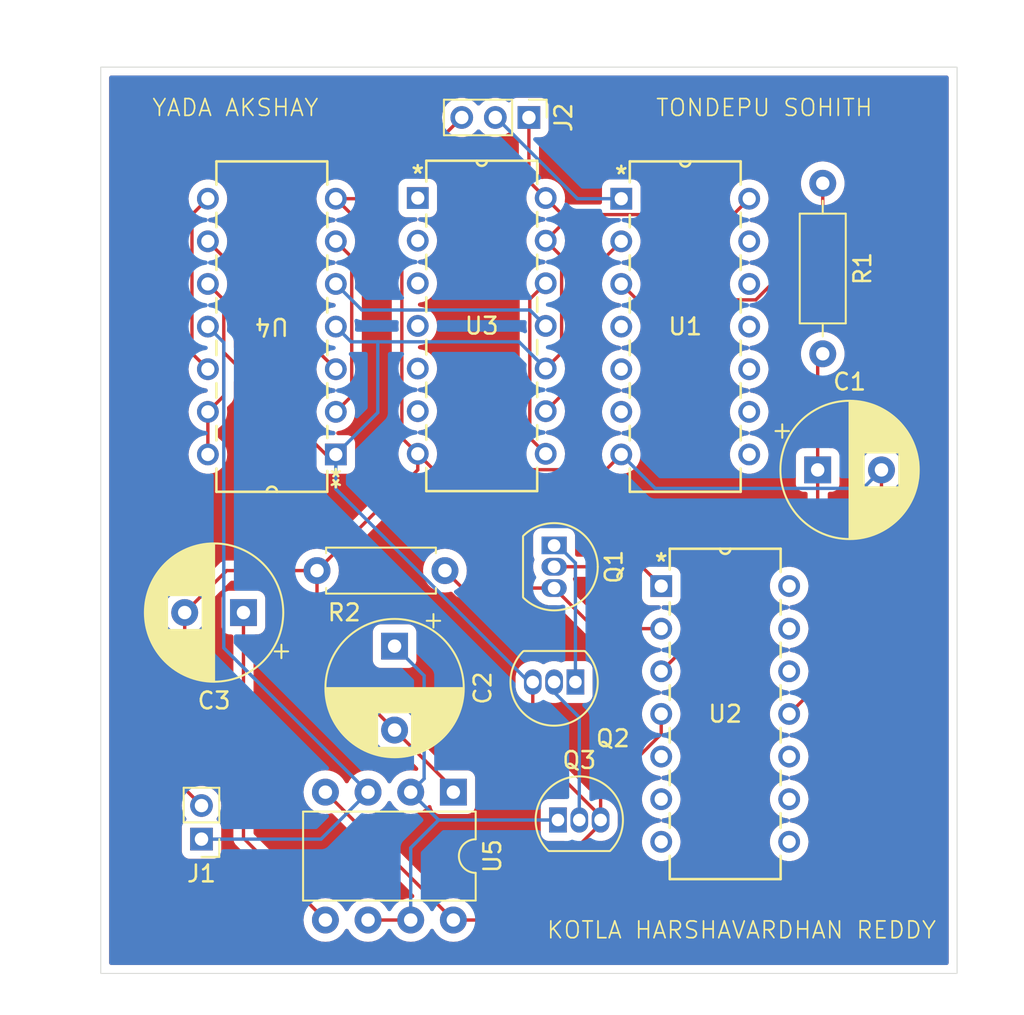
<source format=kicad_pcb>
(kicad_pcb (version 20240108) (generator "pcbnew") (generator_version "8.0")
  (layers (0 "F.Cu" signal) (31 "B.Cu" signal) (34 "B.Paste" user) (35 "F.Paste" user) (36 "B.SilkS" user "B.Silkscreen") (37 "F.SilkS" user "F.Silkscreen") (38 "B.Mask" user) (39 "F.Mask" user) (44 "Edge.Cuts" user))
  (net 0 "")
  (net 1 "Net-(U2-1IN+)")
  (net 2 "GND")
  (net 3 "Net-(Q3-C)")
  (net 4 "Net-(U5-CV)")
  (net 5 "out")
  (net 6 "in1")
  (net 7 "VDD")
  (net 8 "Net-(Q1-B)")
  (net 9 "Net-(Q1-E)")
  (net 10 "Net-(Q1-C)")
  (net 11 "Net-(Q2-B)")
  (net 12 "Net-(U1-1Y)")
  (net 18 "Net-(U1-1B)")
  (net 34 "Net-(U3-2CP)")
  (net 35 "Net-(U3-*2Q)")
  (net 40 "Net-(U4-1CP)")
  (net 41 "Net-(U4-*2Q)")
  (net 42 "Net-(U4-*1Q)")
  (footprint "Package_DIP:DIP-8_W7.62mm" (layer "F.Cu") (at 139.5 80.2 -90)
    (property "Reference" "U5" (at 3.81 -2.33 90) (layer "F.SilkS"))
    (property "Value" "NE555P")
    (pad "1" thru_hole rect (at 0 0 270) (size 1.6 1.6) (drill 0.8) (layers "*.Cu" "*.Mask") (net 2 "GND"))
    (pad "2" thru_hole oval (at 0 2.54 270) (size 1.6 1.6) (drill 0.8) (layers "*.Cu" "*.Mask") (net 3 "Net-(Q3-C)"))
    (pad "3" thru_hole oval (at 0 5.08 270) (size 1.6 1.6) (drill 0.8) (layers "*.Cu" "*.Mask") (net 5 "out"))
    (pad "4" thru_hole oval (at 0 7.62 270) (size 1.6 1.6) (drill 0.8) (layers "*.Cu" "*.Mask") (net 7 "VDD"))
    (pad "5" thru_hole oval (at 7.62 7.62 270) (size 1.6 1.6) (drill 0.8) (layers "*.Cu" "*.Mask") (net 4 "Net-(U5-CV)"))
    (pad "6" thru_hole oval (at 7.62 5.08 270) (size 1.6 1.6) (drill 0.8) (layers "*.Cu" "*.Mask") (net 3 "Net-(Q3-C)"))
    (pad "7" thru_hole oval (at 7.62 2.54 270) (size 1.6 1.6) (drill 0.8) (layers "*.Cu" "*.Mask") (net 3 "Net-(Q3-C)"))
    (pad "8" thru_hole oval (at 7.62 0 270) (size 1.6 1.6) (drill 0.8) (layers "*.Cu" "*.Mask") (net 7 "VDD"))
  )
  (footprint "Package_TO_SOT_THT:TO-92_Inline" (layer "F.Cu") (at 145.5 65.5 -90)
    (property "Reference" "Q1" (at 1.27 -3.56 90) (layer "F.SilkS"))
    (property "Value" "BC547")
    (pad "1" thru_hole rect (at 0 0 270) (size 1.05 1.5) (drill 0.75) (layers "*.Cu" "*.Mask") (net 10 "Net-(Q1-C)"))
    (pad "2" thru_hole oval (at 1.27 0 270) (size 1.05 1.5) (drill 0.75) (layers "*.Cu" "*.Mask") (net 8 "Net-(Q1-B)"))
    (pad "3" thru_hole oval (at 2.54 0 270) (size 1.05 1.5) (drill 0.75) (layers "*.Cu" "*.Mask") (net 9 "Net-(Q1-E)"))
  )
  (footprint "Package_TO_SOT_THT:TO-92_Inline" (layer "F.Cu") (at 146.77 73.64 180)
    (property "Reference" "Q2" (at -2.23 -3.36 0) (layer "F.SilkS"))
    (property "Value" "BC557")
    (pad "1" thru_hole rect (at 0 0 180) (size 1.05 1.5) (drill 0.75) (layers "*.Cu" "*.Mask") (net 10 "Net-(Q1-C)"))
    (pad "2" thru_hole oval (at 1.27 0 180) (size 1.05 1.5) (drill 0.75) (layers "*.Cu" "*.Mask") (net 11 "Net-(Q2-B)"))
    (pad "3" thru_hole oval (at 2.54 0 180) (size 1.05 1.5) (drill 0.75) (layers "*.Cu" "*.Mask") (net 7 "VDD"))
  )
  (footprint "Capacitor_THT:CP_Radial_D8.0mm_P5.00mm" (layer "F.Cu") (at 136 71.5 -90)
    (property "Reference" "C2" (at 2.5 -5.25 90) (layer "F.SilkS"))
    (property "Value" "10nf")
    (pad "1" thru_hole rect (at 0 0 270) (size 1.6 1.6) (drill 0.8) (layers "*.Cu" "*.Mask") (net 3 "Net-(Q3-C)"))
    (pad "2" thru_hole circle (at 5 0 270) (size 1.6 1.6) (drill 0.8) (layers "*.Cu" "*.Mask") (net 2 "GND"))
  )
  (footprint "pll flip:N14" (layer "F.Cu") (at 124.88 44.84 180)
    (property "Reference" "U4" (at -3.81 -7.62 180) (layer "F.SilkS"))
    (property "Value" "CD74HCT74E")
    (fp_text user "*" (at -7.62 -16.6497 0) (layer "F.SilkS"))
    (fp_text user "*" (at -7.62 -16.6497 180) (layer "F.SilkS"))
    (pad "1" thru_hole rect (at -7.62 -15.24 180) (size 1.2954 1.2954) (drill 0.7874) (layers "*.Cu" "*.Mask") (net 7 "VDD"))
    (pad "2" thru_hole circle (at -7.62 -12.7 180) (size 1.2954 1.2954) (drill 0.7874) (layers "*.Cu" "*.Mask") (net 42 "Net-(U4-*1Q)"))
    (pad "3" thru_hole circle (at -7.62 -10.16 180) (size 1.2954 1.2954) (drill 0.7874) (layers "*.Cu" "*.Mask") (net 40 "Net-(U4-1CP)"))
    (pad "4" thru_hole circle (at -7.62 -7.62 180) (size 1.2954 1.2954) (drill 0.7874) (layers "*.Cu" "*.Mask") (net 7 "VDD"))
    (pad "5" thru_hole circle (at -7.62 -5.08 180) (size 1.2954 1.2954) (drill 0.7874) (layers "*.Cu" "*.Mask") (net 34 "Net-(U3-2CP)"))
    (pad "6" thru_hole circle (at -7.62 -2.54 180) (size 1.2954 1.2954) (drill 0.7874) (layers "*.Cu" "*.Mask") (net 42 "Net-(U4-*1Q)"))
    (pad "7" thru_hole circle (at -7.62 0 180) (size 1.2954 1.2954) (drill 0.7874) (layers "*.Cu" "*.Mask") (net 2 "GND"))
    (pad "8" thru_hole circle (at 0 0 180) (size 1.2954 1.2954) (drill 0.7874) (layers "*.Cu" "*.Mask") (net 41 "Net-(U4-*2Q)"))
    (pad "9" thru_hole circle (at 0 -2.54 180) (size 1.2954 1.2954) (drill 0.7874) (layers "*.Cu" "*.Mask") (net 40 "Net-(U4-1CP)"))
    (pad "10" thru_hole circle (at 0 -5.08 180) (size 1.2954 1.2954) (drill 0.7874) (layers "*.Cu" "*.Mask") (net 7 "VDD"))
    (pad "11" thru_hole circle (at 0 -7.62 180) (size 1.2954 1.2954) (drill 0.7874) (layers "*.Cu" "*.Mask") (net 5 "out"))
    (pad "12" thru_hole circle (at 0 -10.16 180) (size 1.2954 1.2954) (drill 0.7874) (layers "*.Cu" "*.Mask") (net 41 "Net-(U4-*2Q)"))
    (pad "13" thru_hole circle (at 0 -12.7 180) (size 1.2954 1.2954) (drill 0.7874) (layers "*.Cu" "*.Mask") (net 7 "VDD"))
    (pad "14" thru_hole circle (at 0 -15.24 180) (size 1.2954 1.2954) (drill 0.7874) (layers "*.Cu" "*.Mask") (net 7 "VDD"))
  )
  (footprint "pll flip:N14" (layer "F.Cu") (at 145 60.04)
    (property "Reference" "U3" (at -3.81 -7.62 0) (layer "F.SilkS"))
    (property "Value" "CD74HCT74E")
    (fp_text user "*" (at -7.62 -16.6497 0) (layer "F.SilkS"))
    (fp_text user "*" (at -7.62 -16.6497 0) (layer "F.SilkS"))
    (pad "1" thru_hole rect (at -7.62 -15.24) (size 1.2954 1.2954) (drill 0.7874) (layers "*.Cu" "*.Mask"))
    (pad "2" thru_hole circle (at -7.62 -12.7) (size 1.2954 1.2954) (drill 0.7874) (layers "*.Cu" "*.Mask"))
    (pad "3" thru_hole circle (at -7.62 -10.16) (size 1.2954 1.2954) (drill 0.7874) (layers "*.Cu" "*.Mask"))
    (pad "4" thru_hole circle (at -7.62 -7.62) (size 1.2954 1.2954) (drill 0.7874) (layers "*.Cu" "*.Mask"))
    (pad "5" thru_hole circle (at -7.62 -5.08) (size 1.2954 1.2954) (drill 0.7874) (layers "*.Cu" "*.Mask"))
    (pad "6" thru_hole circle (at -7.62 -2.54) (size 1.2954 1.2954) (drill 0.7874) (layers "*.Cu" "*.Mask"))
    (pad "7" thru_hole circle (at -7.62 0) (size 1.2954 1.2954) (drill 0.7874) (layers "*.Cu" "*.Mask") (net 2 "GND"))
    (pad "8" thru_hole circle (at 0 0) (size 1.2954 1.2954) (drill 0.7874) (layers "*.Cu" "*.Mask") (net 35 "Net-(U3-*2Q)"))
    (pad "9" thru_hole circle (at 0 -2.54) (size 1.2954 1.2954) (drill 0.7874) (layers "*.Cu" "*.Mask") (net 18 "Net-(U1-1B)"))
    (pad "10" thru_hole circle (at 0 -5.08) (size 1.2954 1.2954) (drill 0.7874) (layers "*.Cu" "*.Mask") (net 7 "VDD"))
    (pad "11" thru_hole circle (at 0 -7.62) (size 1.2954 1.2954) (drill 0.7874) (layers "*.Cu" "*.Mask") (net 34 "Net-(U3-2CP)"))
    (pad "12" thru_hole circle (at 0 -10.16) (size 1.2954 1.2954) (drill 0.7874) (layers "*.Cu" "*.Mask") (net 35 "Net-(U3-*2Q)"))
    (pad "13" thru_hole circle (at 0 -12.7) (size 1.2954 1.2954) (drill 0.7874) (layers "*.Cu" "*.Mask") (net 7 "VDD"))
    (pad "14" thru_hole circle (at 0 -15.24) (size 1.2954 1.2954) (drill 0.7874) (layers "*.Cu" "*.Mask") (net 7 "VDD"))
  )
  (footprint "Resistor_THT:R_Axial_DIN0207_L6.3mm_D2.5mm_P10.16mm_Horizontal" (layer "F.Cu") (at 161.5 43.92 -90)
    (property "Reference" "R1" (at 5.08 -2.37 90) (layer "F.SilkS"))
    (property "Value" "2.2k")
    (pad "1" thru_hole circle (at 0 0 270) (size 1.6 1.6) (drill 0.8) (layers "*.Cu" "*.Mask") (net 12 "Net-(U1-1Y)"))
    (pad "2" thru_hole oval (at 10.16 0 270) (size 1.6 1.6) (drill 0.8) (layers "*.Cu" "*.Mask") (net 1 "Net-(U2-1IN+)"))
  )
  (footprint "lm324foot:N14" (layer "F.Cu") (at 159.5 83.16)
    (property "Reference" "U2" (at -3.81 -7.62 0) (layer "F.SilkS"))
    (property "Value" "LM324N")
    (fp_text user "*" (at -7.62 -16.6497 0) (layer "F.SilkS"))
    (fp_text user "*" (at -7.62 -16.6497 0) (layer "F.SilkS"))
    (pad "1" thru_hole rect (at -7.62 -15.24) (size 1.2954 1.2954) (drill 0.7874) (layers "*.Cu" "*.Mask") (net 8 "Net-(Q1-B)"))
    (pad "2" thru_hole circle (at -7.62 -12.7) (size 1.2954 1.2954) (drill 0.7874) (layers "*.Cu" "*.Mask") (net 9 "Net-(Q1-E)"))
    (pad "3" thru_hole circle (at -7.62 -10.16) (size 1.2954 1.2954) (drill 0.7874) (layers "*.Cu" "*.Mask") (net 1 "Net-(U2-1IN+)"))
    (pad "4" thru_hole circle (at -7.62 -7.62) (size 1.2954 1.2954) (drill 0.7874) (layers "*.Cu" "*.Mask") (net 7 "VDD"))
    (pad "5" thru_hole circle (at -7.62 -5.08) (size 1.2954 1.2954) (drill 0.7874) (layers "*.Cu" "*.Mask"))
    (pad "6" thru_hole circle (at -7.62 -2.54) (size 1.2954 1.2954) (drill 0.7874) (layers "*.Cu" "*.Mask"))
    (pad "7" thru_hole circle (at -7.62 0) (size 1.2954 1.2954) (drill 0.7874) (layers "*.Cu" "*.Mask"))
    (pad "8" thru_hole circle (at 0 0) (size 1.2954 1.2954) (drill 0.7874) (layers "*.Cu" "*.Mask"))
    (pad "9" thru_hole circle (at 0 -2.54) (size 1.2954 1.2954) (drill 0.7874) (layers "*.Cu" "*.Mask"))
    (pad "10" thru_hole circle (at 0 -5.08) (size 1.2954 1.2954) (drill 0.7874) (layers "*.Cu" "*.Mask"))
    (pad "11" thru_hole circle (at 0 -7.62) (size 1.2954 1.2954) (drill 0.7874) (layers "*.Cu" "*.Mask") (net 2 "GND"))
    (pad "12" thru_hole circle (at 0 -10.16) (size 1.2954 1.2954) (drill 0.7874) (layers "*.Cu" "*.Mask"))
    (pad "13" thru_hole circle (at 0 -12.7) (size 1.2954 1.2954) (drill 0.7874) (layers "*.Cu" "*.Mask"))
    (pad "14" thru_hole circle (at 0 -15.24) (size 1.2954 1.2954) (drill 0.7874) (layers "*.Cu" "*.Mask"))
  )
  (footprint "Connector_PinHeader_2.00mm:PinHeader_1x03_P2.00mm_Vertical" (layer "F.Cu") (at 144 40 -90)
    (property "Reference" "J2" (at 0 -2.06 90) (layer "F.SilkS"))
    (property "Value" "Conn_01x03_Pin")
    (pad "1" thru_hole rect (at 0 0 270) (size 1.35 1.35) (drill 0.8) (layers "*.Cu" "*.Mask") (net 7 "VDD"))
    (pad "2" thru_hole oval (at 0 2 270) (size 1.35 1.35) (drill 0.8) (layers "*.Cu" "*.Mask") (net 6 "in1"))
    (pad "3" thru_hole oval (at 0 4 270) (size 1.35 1.35) (drill 0.8) (layers "*.Cu" "*.Mask") (net 2 "GND"))
  )
  (footprint "xorfoot:N14" (layer "F.Cu") (at 157.12 60.08)
    (property "Reference" "U1" (at -3.81 -7.62 0) (layer "F.SilkS"))
    (property "Value" "CD74HCT86E")
    (fp_text user "*" (at -7.62 -16.6497 0) (layer "F.SilkS"))
    (fp_text user "*" (at -7.62 -16.6497 0) (layer "F.SilkS"))
    (pad "1" thru_hole rect (at -7.62 -15.24) (size 1.2954 1.2954) (drill 0.7874) (layers "*.Cu" "*.Mask") (net 6 "in1"))
    (pad "2" thru_hole circle (at -7.62 -12.7) (size 1.2954 1.2954) (drill 0.7874) (layers "*.Cu" "*.Mask") (net 18 "Net-(U1-1B)"))
    (pad "3" thru_hole circle (at -7.62 -10.16) (size 1.2954 1.2954) (drill 0.7874) (layers "*.Cu" "*.Mask") (net 12 "Net-(U1-1Y)"))
    (pad "4" thru_hole circle (at -7.62 -7.62) (size 1.2954 1.2954) (drill 0.7874) (layers "*.Cu" "*.Mask"))
    (pad "5" thru_hole circle (at -7.62 -5.08) (size 1.2954 1.2954) (drill 0.7874) (layers "*.Cu" "*.Mask"))
    (pad "6" thru_hole circle (at -7.62 -2.54) (size 1.2954 1.2954) (drill 0.7874) (layers "*.Cu" "*.Mask"))
    (pad "7" thru_hole circle (at -7.62 0) (size 1.2954 1.2954) (drill 0.7874) (layers "*.Cu" "*.Mask") (net 2 "GND"))
    (pad "8" thru_hole circle (at 0 0) (size 1.2954 1.2954) (drill 0.7874) (layers "*.Cu" "*.Mask"))
    (pad "9" thru_hole circle (at 0 -2.54) (size 1.2954 1.2954) (drill 0.7874) (layers "*.Cu" "*.Mask"))
    (pad "10" thru_hole circle (at 0 -5.08) (size 1.2954 1.2954) (drill 0.7874) (layers "*.Cu" "*.Mask"))
    (pad "11" thru_hole circle (at 0 -7.62) (size 1.2954 1.2954) (drill 0.7874) (layers "*.Cu" "*.Mask"))
    (pad "12" thru_hole circle (at 0 -10.16) (size 1.2954 1.2954) (drill 0.7874) (layers "*.Cu" "*.Mask"))
    (pad "13" thru_hole circle (at 0 -12.7) (size 1.2954 1.2954) (drill 0.7874) (layers "*.Cu" "*.Mask"))
    (pad "14" thru_hole circle (at 0 -15.24) (size 1.2954 1.2954) (drill 0.7874) (layers "*.Cu" "*.Mask") (net 7 "VDD"))
  )
  (footprint "Capacitor_THT:CP_Radial_D8.0mm_P3.80mm" (layer "F.Cu") (at 161.197349 61)
    (property "Reference" "C1" (at 1.9 -5.25 0) (layer "F.SilkS"))
    (property "Value" "0.1uf")
    (pad "1" thru_hole rect (at 0 0) (size 1.6 1.6) (drill 0.8) (layers "*.Cu" "*.Mask") (net 1 "Net-(U2-1IN+)"))
    (pad "2" thru_hole circle (at 3.8 0) (size 1.6 1.6) (drill 0.8) (layers "*.Cu" "*.Mask") (net 2 "GND"))
  )
  (footprint "Package_TO_SOT_THT:TO-92_Inline" (layer "F.Cu") (at 145.73 81.86)
    (property "Reference" "Q3" (at 1.27 -3.56 0) (layer "F.SilkS"))
    (property "Value" "BC557")
    (pad "1" thru_hole rect (at 0 0) (size 1.05 1.5) (drill 0.75) (layers "*.Cu" "*.Mask") (net 3 "Net-(Q3-C)"))
    (pad "2" thru_hole oval (at 1.27 0) (size 1.05 1.5) (drill 0.75) (layers "*.Cu" "*.Mask") (net 11 "Net-(Q2-B)"))
    (pad "3" thru_hole oval (at 2.54 0) (size 1.05 1.5) (drill 0.75) (layers "*.Cu" "*.Mask") (net 7 "VDD"))
  )
  (footprint "Resistor_THT:R_Axial_DIN0207_L6.3mm_D2.5mm_P7.62mm_Horizontal" (layer "F.Cu") (at 139 67 180)
    (property "Reference" "R2" (at 6 -2.5 0) (layer "F.SilkS"))
    (property "Value" "2k")
    (pad "1" thru_hole circle (at 0 0 180) (size 1.6 1.6) (drill 0.8) (layers "*.Cu" "*.Mask") (net 9 "Net-(Q1-E)"))
    (pad "2" thru_hole oval (at 7.62 0 180) (size 1.6 1.6) (drill 0.8) (layers "*.Cu" "*.Mask") (net 2 "GND"))
  )
  (footprint "Connector_PinHeader_2.00mm:PinHeader_1x02_P2.00mm_Vertical" (layer "F.Cu") (at 124.5 83 180)
    (property "Reference" "J1" (at 0 -2.06 0) (layer "F.SilkS"))
    (property "Value" "Conn_01x02_Pin")
    (pad "1" thru_hole rect (at 0 0 180) (size 1.35 1.35) (drill 0.8) (layers "*.Cu" "*.Mask") (net 5 "out"))
    (pad "2" thru_hole oval (at 0 2 180) (size 1.35 1.35) (drill 0.8) (layers "*.Cu" "*.Mask") (net 2 "GND"))
  )
  (footprint "Capacitor_THT:CP_Radial_D8.0mm_P3.50mm" (layer "F.Cu") (at 127 69.5 180)
    (property "Reference" "C3" (at 1.75 -5.25 0) (layer "F.SilkS"))
    (property "Value" "0.1uf")
    (pad "1" thru_hole rect (at 0 0 180) (size 1.6 1.6) (drill 0.8) (layers "*.Cu" "*.Mask") (net 4 "Net-(U5-CV)"))
    (pad "2" thru_hole circle (at 3.5 0 180) (size 1.6 1.6) (drill 0.8) (layers "*.Cu" "*.Mask") (net 2 "GND"))
  )
  (gr_rect (start 118.5 37) (end 169.5 91) (stroke (width 0.05)) (fill none) (layer "Edge.Cuts"))
  (gr_text "YADA AKSHAY" (at 121.5 40 0) (layer "F.SilkS") (effects (font (size 1 1) (thickness 0.1)) (justify left bottom)))
  (gr_text "KOTLA HARSHAVARDHAN REDDY" (at 145 89 0) (layer "F.SilkS") (effects (font (size 1 1) (thickness 0.1)) (justify left bottom)))
  (gr_text "TONDEPU SOHITH" (at 151.5 40 0) (layer "F.SilkS") (effects (font (size 1 1) (thickness 0.1)) (justify left bottom)))
  (segment (start 161.197349 61) (end 161.197349 63.682651) (width 0.2) (layer "F.Cu") (net 1))
  (segment (start 161.197349 61) (end 161.197349 54.382651) (width 0.2) (layer "F.Cu") (net 1))
  (segment (start 161.197349 54.382651) (end 161.5 54.08) (width 0.2) (layer "F.Cu") (net 1))
  (segment (start 161.197349 63.682651) (end 151.88 73) (width 0.2) (layer "F.Cu") (net 1))
  (segment (start 126 67) (end 123.5 69.5) (width 0.2) (layer "F.Cu") (net 2))
  (segment (start 137.38 60.04) (end 136.4323 59.0923) (width 0.2) (layer "F.Cu") (net 2))
  (segment (start 148.5923 60.9877) (end 138.3277 60.9877) (width 0.2) (layer "F.Cu") (net 2))
  (segment (start 139.5 80.2) (end 139.5 80) (width 0.2) (layer "F.Cu") (net 2))
  (segment (start 149.5 60.08) (end 148.5923 60.9877) (width 0.2) (layer "F.Cu") (net 2))
  (segment (start 132.5 44.84) (end 135.16 44.84) (width 0.2) (layer "F.Cu") (net 2))
  (segment (start 137.38 61) (end 131.38 67) (width 0.2) (layer "F.Cu") (net 2))
  (segment (start 131.38 67) (end 126 67) (width 0.2) (layer "F.Cu") (net 2))
  (segment (start 136.4323 48.7723) (end 132.5 44.84) (width 0.2) (layer "F.Cu") (net 2))
  (segment (start 123.5 69.5) (end 123.5 80) (width 0.2) (layer "F.Cu") (net 2))
  (segment (start 137.38 60.04) (end 137.38 61) (width 0.2) (layer "F.Cu") (net 2))
  (segment (start 139.5 80) (end 136 76.5) (width 0.2) (layer "F.Cu") (net 2))
  (segment (start 136.4323 59.0923) (end 136.4323 48.7723) (width 0.2) (layer "F.Cu") (net 2))
  (segment (start 131.38 71.88) (end 131.38 67) (width 0.2) (layer "F.Cu") (net 2))
  (segment (start 138.3277 60.9877) (end 137.38 60.04) (width 0.2) (layer "F.Cu") (net 2))
  (segment (start 136 76.5) (end 131.38 71.88) (width 0.2) (layer "F.Cu") (net 2))
  (segment (start 123.5 80) (end 124.5 81) (width 0.2) (layer "F.Cu") (net 2))
  (segment (start 135.16 44.84) (end 140 40) (width 0.2) (layer "F.Cu") (net 2))
  (segment (start 164.997349 70.042651) (end 159.5 75.54) (width 0.2) (layer "F.Cu") (net 2))
  (segment (start 164.997349 61) (end 164.997349 70.042651) (width 0.2) (layer "F.Cu") (net 2))
  (segment (start 164.997349 61) (end 163.897349 62.1) (width 0.2) (layer "B.Cu") (net 2))
  (segment (start 163.897349 62.1) (end 151.52 62.1) (width 0.2) (layer "B.Cu") (net 2))
  (segment (start 151.52 62.1) (end 149.5 60.08) (width 0.2) (layer "B.Cu") (net 2))
  (segment (start 136.96 87.82) (end 134.42 87.82) (width 0.2) (layer "F.Cu") (net 3))
  (segment (start 137.759999 73.259999) (end 136 71.5) (width 0.2) (layer "B.Cu") (net 3))
  (segment (start 145.73 81.86) (end 138.62 81.86) (width 0.2) (layer "B.Cu") (net 3))
  (segment (start 138.62 81.86) (end 136.96 80.2) (width 0.2) (layer "B.Cu") (net 3))
  (segment (start 136.96 83.52) (end 138.62 81.86) (width 0.2) (layer "B.Cu") (net 3))
  (segment (start 136.96 87.82) (end 136.96 83.52) (width 0.2) (layer "B.Cu") (net 3))
  (segment (start 136.96 80.2) (end 137.759999 79.400001) (width 0.2) (layer "B.Cu") (net 3))
  (segment (start 137.759999 79.400001) (end 137.759999 73.259999) (width 0.2) (layer "B.Cu") (net 3))
  (segment (start 131.88 87.82) (end 127 82.94) (width 0.2) (layer "F.Cu") (net 4))
  (segment (start 127 82.94) (end 127 69.5) (width 0.2) (layer "F.Cu") (net 4))
  (segment (start 125.8277 71.6077) (end 125.8277 53.4077) (width 0.2) (layer "B.Cu") (net 5))
  (segment (start 131.62 83) (end 124.5 83) (width 0.2) (layer "B.Cu") (net 5))
  (segment (start 125.8277 53.4077) (end 124.88 52.46) (width 0.2) (layer "B.Cu") (net 5))
  (segment (start 134.42 80.2) (end 125.8277 71.6077) (width 0.2) (layer "B.Cu") (net 5))
  (segment (start 134.42 80.2) (end 131.62 83) (width 0.2) (layer "B.Cu") (net 5))
  (segment (start 142 40) (end 142.05 40) (width 0.2) (layer "B.Cu") (net 6))
  (segment (start 142.05 40) (end 146.89 44.84) (width 0.2) (layer "B.Cu") (net 6))
  (segment (start 146.89 44.84) (end 149.5 44.84) (width 0.2) (layer "B.Cu") (net 6))
  (segment (start 131.88 80.2) (end 139.5 87.82) (width 0.2) (layer "F.Cu") (net 7))
  (segment (start 132.5 60.08) (end 131.9077 60.08) (width 0.2) (layer "F.Cu") (net 7))
  (segment (start 144 43.8) (end 145 44.8) (width 0.2) (layer "F.Cu") (net 7))
  (segment (start 145 47.34) (end 145.9877 46.3523) (width 0.2) (layer "F.Cu") (net 7))
  (segment (start 151.88 76.739749) (end 151.88 75.54) (width 0.2) (layer "F.Cu") (net 7))
  (segment (start 145 44.8) (end 145.9877 45.7877) (width 0.2) (layer "F.Cu") (net 7))
  (segment (start 124.88 57.54) (end 124.88 60.08) (width 0.2) (layer "F.Cu") (net 7))
  (segment (start 148.27 81.86) (end 148.27 81.635) (width 0.2) (layer "F.Cu") (net 7))
  (segment (start 125.8277 56.5923) (end 124.88 57.54) (width 0.2) (layer "F.Cu") (net 7))
  (segment (start 156.1723 45.7877) (end 157.12 44.84) (width 0.2) (layer "F.Cu") (net 7))
  (segment (start 125.8277 50.8677) (end 125.8277 54) (width 0.2) (layer "F.Cu") (net 7))
  (segment (start 145.9477 48.2877) (end 145.9477 54.0123) (width 0.2) (layer "F.Cu") (net 7))
  (segment (start 148.27 81.635) (end 144.23 77.595) (width 0.2) (layer "F.Cu") (net 7))
  (segment (start 145.9877 45.7877) (end 156.1723 45.7877) (width 0.2) (layer "F.Cu") (net 7))
  (segment (start 148.27 80.349749) (end 151.88 76.739749) (width 0.2) (layer "F.Cu") (net 7))
  (segment (start 142.535 87.82) (end 148.27 82.085) (width 0.2) (layer "F.Cu") (net 7))
  (segment (start 145.9877 46.3523) (end 145.9877 45.7877) (width 0.2) (layer "F.Cu") (net 7))
  (segment (start 139.5 87.82) (end 142.535 87.82) (width 0.2) (layer "F.Cu") (net 7))
  (segment (start 131.9077 60.08) (end 125.8277 54) (width 0.2) (layer "F.Cu") (net 7))
  (segment (start 144.23 77.595) (end 144.23 73.64) (width 0.2) (layer "F.Cu") (net 7))
  (segment (start 148.27 81.86) (end 148.27 80.349749) (width 0.2) (layer "F.Cu") (net 7))
  (segment (start 144 40) (end 144 43.8) (width 0.2) (layer "F.Cu") (net 7))
  (segment (start 145.9477 54.0123) (end 145 54.96) (width 0.2) (layer "F.Cu") (net 7))
  (segment (start 124.88 49.92) (end 125.8277 50.8677) (width 0.2) (layer "F.Cu") (net 7))
  (segment (start 125.8277 54) (end 125.8277 56.5923) (width 0.2) (layer "F.Cu") (net 7))
  (segment (start 148.27 82.085) (end 148.27 81.86) (width 0.2) (layer "F.Cu") (net 7))
  (segment (start 145 47.34) (end 145.9477 48.2877) (width 0.2) (layer "F.Cu") (net 7))
  (segment (start 135 53.3677) (end 133.4077 53.3677) (width 0.2) (layer "B.Cu") (net 7))
  (segment (start 143.4077 53.3677) (end 135 53.3677) (width 0.2) (layer "B.Cu") (net 7))
  (segment (start 132.5 60.08) (end 135 57.58) (width 0.2) (layer "B.Cu") (net 7))
  (segment (start 133.4077 53.3677) (end 132.5 52.46) (width 0.2) (layer "B.Cu") (net 7))
  (segment (start 144.23 73.64) (end 144.005 73.64) (width 0.2) (layer "B.Cu") (net 7))
  (segment (start 145 54.96) (end 143.4077 53.3677) (width 0.2) (layer "B.Cu") (net 7))
  (segment (start 135 57.58) (end 135 53.3677) (width 0.2) (layer "B.Cu") (net 7))
  (segment (start 144.005 73.64) (end 132.5 62.135) (width 0.2) (layer "B.Cu") (net 7))
  (segment (start 132.5 62.135) (end 132.5 60.08) (width 0.2) (layer "B.Cu") (net 7))
  (segment (start 150.73 66.77) (end 145.5 66.77) (width 0.2) (layer "F.Cu") (net 8))
  (segment (start 151.88 67.92) (end 150.73 66.77) (width 0.2) (layer "F.Cu") (net 8))
  (segment (start 147.92 70.46) (end 145.5 68.04) (width 0.2) (layer "F.Cu") (net 9))
  (segment (start 151.88 70.46) (end 147.92 70.46) (width 0.2) (layer "F.Cu") (net 9))
  (segment (start 140.04 68.04) (end 139 67) (width 0.2) (layer "F.Cu") (net 9))
  (segment (start 145.5 68.04) (end 140.04 68.04) (width 0.2) (layer "F.Cu") (net 9))
  (segment (start 146.77 66.545) (end 145.725 65.5) (width 0.2) (layer "B.Cu") (net 10))
  (segment (start 145.725 65.5) (end 145.5 65.5) (width 0.2) (layer "B.Cu") (net 10))
  (segment (start 146.77 73.64) (end 146.77 66.545) (width 0.2) (layer "B.Cu") (net 10))
  (segment (start 145.5 74.245) (end 145.5 73.64) (width 0.2) (layer "F.Cu") (net 11))
  (segment (start 147 81.86) (end 147 75.745) (width 0.2) (layer "B.Cu") (net 11))
  (segment (start 147 75.745) (end 145.5 74.245) (width 0.2) (layer "B.Cu") (net 11))
  (segment (start 145.5 74.245) (end 145.5 73.64) (width 0.2) (layer "B.Cu") (net 11))
  (segment (start 161.5 46.880251) (end 157.512551 50.8677) (width 0.2) (layer "F.Cu") (net 12))
  (segment (start 150.4477 50.8677) (end 149.5 49.92) (width 0.2) (layer "F.Cu") (net 12))
  (segment (start 157.512551 50.8677) (end 150.4477 50.8677) (width 0.2) (layer "F.Cu") (net 12))
  (segment (start 161.5 43.92) (end 161.5 46.880251) (width 0.2) (layer "F.Cu") (net 12))
  (segment (start 147.014315 49.865685) (end 147.014315 55.485685) (width 0.2) (layer "F.Cu") (net 18))
  (segment (start 147.014315 55.485685) (end 145 57.5) (width 0.2) (layer "F.Cu") (net 18))
  (segment (start 149.5 47.38) (end 147.014315 49.865685) (width 0.2) (layer "F.Cu") (net 18))
  (segment (start 145 52.42) (end 144.0523 51.4723) (width 0.2) (layer "B.Cu") (net 34))
  (segment (start 144.0523 51.4723) (end 134.0523 51.4723) (width 0.2) (layer "B.Cu") (net 34))
  (segment (start 134.0523 51.4723) (end 132.5 49.92) (width 0.2) (layer "B.Cu") (net 34))
  (segment (start 144.0523 50.8277) (end 144.0523 59.0923) (width 0.2) (layer "F.Cu") (net 35))
  (segment (start 144.0523 59.0923) (end 145 60.04) (width 0.2) (layer "F.Cu") (net 35))
  (segment (start 145 49.88) (end 144.0523 50.8277) (width 0.2) (layer "F.Cu") (net 35))
  (segment (start 132.5 55) (end 124.88 47.38) (width 0.2) (layer "F.Cu") (net 40))
  (segment (start 123.9323 45.7877) (end 123.9323 54.0523) (width 0.2) (layer "F.Cu") (net 41))
  (segment (start 124.88 44.84) (end 123.9323 45.7877) (width 0.2) (layer "F.Cu") (net 41))
  (segment (start 123.9323 54.0523) (end 124.88 55) (width 0.2) (layer "F.Cu") (net 41))
  (segment (start 132.5 47.38) (end 133.4477 48.3277) (width 0.2) (layer "F.Cu") (net 42))
  (segment (start 133.4477 56.5923) (end 132.5 57.54) (width 0.2) (layer "F.Cu") (net 42))
  (segment (start 133.4477 48.3277) (end 133.4477 56.5923) (width 0.2) (layer "F.Cu") (net 42))
  (zone (net 0) (net_name "") (layers "F&B.Cu") (connect_pads (clearance 0.5)) (min_thickness 0.25) (fill yes (thermal_gap 0.5) (thermal_bridge_width 0.5) (island_removal_mode 1) (island_area_min 10))
    (polygon (pts (xy 168 33.5) (xy 173.5 41.5) (xy 171 64) (xy 171.5 92) (xy 112.5 93.5) (xy 115.5 33.5) (xy 168 33)))
  )
)
</source>
